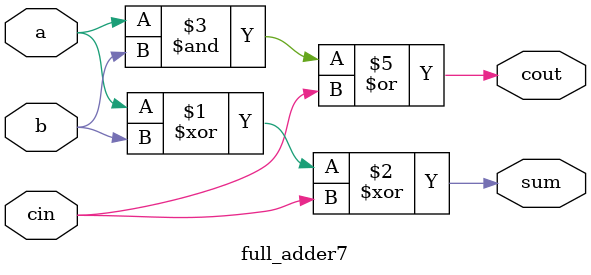
<source format=v>
module full_adder7(a,b,cin,sum,cout);
input a,b,cin;
output sum,cout;
assign sum = a^b^cin;
assign cout = a&b|cin&(1'b1); 
// initial begin
//     $display("The incorrect adder with or0 and and1 having out/1 and in1/1");
// end   
endmodule
</source>
